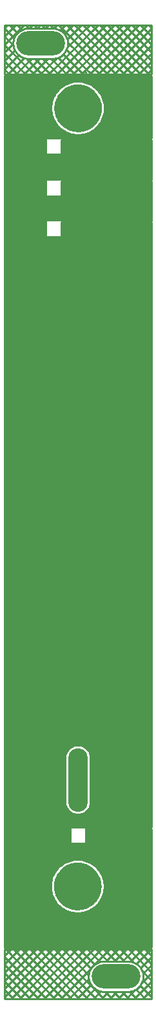
<source format=gbl>
G04 Layer: BottomLayer*
G04 EasyEDA v6.5.34, 2023-08-21 18:11:39*
G04 f96fbce58fd94eb08820de504881ded1,5a6b42c53f6a479593ecc07194224c93,10*
G04 Gerber Generator version 0.2*
G04 Scale: 100 percent, Rotated: No, Reflected: No *
G04 Dimensions in millimeters *
G04 leading zeros omitted , absolute positions ,4 integer and 5 decimal *
%FSLAX45Y45*%
%MOMM*%

%ADD10C,0.2540*%
%ADD11O,6.4000126X3.1999936*%
%ADD12O,2.5599898X8.339988400000001*%

%LPD*%
G36*
X36068Y698500D02*
G01*
X32156Y699262D01*
X28905Y701497D01*
X26670Y704748D01*
X25908Y708660D01*
X25908Y12143740D01*
X26670Y12147651D01*
X28905Y12150902D01*
X32156Y12153138D01*
X36068Y12153900D01*
X1970532Y12153900D01*
X1974443Y12153138D01*
X1977694Y12150902D01*
X1979930Y12147651D01*
X1980692Y12143740D01*
X1980692Y11325860D01*
X1979930Y11321948D01*
X1977694Y11318697D01*
X1974443Y11316462D01*
X1970532Y11315700D01*
X1974443Y11314938D01*
X1977694Y11312702D01*
X1979930Y11309451D01*
X1980692Y11305540D01*
X1980692Y10779760D01*
X1979930Y10775848D01*
X1977694Y10772597D01*
X1974443Y10770362D01*
X1970532Y10769600D01*
X1974443Y10768838D01*
X1977694Y10766602D01*
X1979930Y10763351D01*
X1980692Y10759440D01*
X1980692Y10234015D01*
X1979930Y10230104D01*
X1977694Y10226802D01*
X1974342Y10224617D01*
X1970633Y10223855D01*
X1974494Y10223042D01*
X1977745Y10220858D01*
X1979930Y10217556D01*
X1980692Y10213695D01*
X1980692Y2283460D01*
X1979930Y2279548D01*
X1977694Y2276297D01*
X1974443Y2274062D01*
X1970532Y2273300D01*
X1974443Y2272538D01*
X1977694Y2270302D01*
X1979930Y2267051D01*
X1980692Y2263140D01*
X1980692Y708660D01*
X1979930Y704748D01*
X1977694Y701497D01*
X1974443Y699262D01*
X1970532Y698500D01*
G37*

%LPC*%
G36*
X998474Y1172718D02*
G01*
X1023823Y1173632D01*
X1048969Y1176477D01*
X1073861Y1181201D01*
X1098296Y1187754D01*
X1122222Y1196086D01*
X1145387Y1206246D01*
X1167790Y1218082D01*
X1189228Y1231544D01*
X1209598Y1246581D01*
X1228801Y1263091D01*
X1246733Y1280972D01*
X1263243Y1300175D01*
X1278280Y1320546D01*
X1291742Y1341983D01*
X1303578Y1364386D01*
X1313688Y1387602D01*
X1322070Y1411478D01*
X1328623Y1435963D01*
X1333296Y1460855D01*
X1336141Y1486001D01*
X1337106Y1511300D01*
X1336141Y1536598D01*
X1333296Y1561744D01*
X1328623Y1586636D01*
X1322070Y1611122D01*
X1313688Y1634998D01*
X1303578Y1658213D01*
X1291742Y1680616D01*
X1278280Y1702054D01*
X1263243Y1722424D01*
X1246733Y1741627D01*
X1228801Y1759508D01*
X1209598Y1776018D01*
X1189228Y1791055D01*
X1167790Y1804517D01*
X1145387Y1816354D01*
X1122222Y1826514D01*
X1098296Y1834845D01*
X1073861Y1841398D01*
X1048969Y1846122D01*
X1023823Y1848967D01*
X998474Y1849882D01*
X973175Y1848967D01*
X948029Y1846122D01*
X923137Y1841398D01*
X898702Y1834845D01*
X874776Y1826514D01*
X851611Y1816354D01*
X829208Y1804517D01*
X807770Y1791055D01*
X787400Y1776018D01*
X768197Y1759508D01*
X750265Y1741627D01*
X733755Y1722424D01*
X718718Y1702054D01*
X705256Y1680616D01*
X693420Y1658213D01*
X683310Y1634998D01*
X674928Y1611122D01*
X668375Y1586636D01*
X663702Y1561744D01*
X660857Y1536598D01*
X659892Y1511300D01*
X660857Y1486001D01*
X663702Y1460855D01*
X668375Y1435963D01*
X674928Y1411478D01*
X683310Y1387602D01*
X693420Y1364386D01*
X705256Y1341983D01*
X718718Y1320546D01*
X733755Y1300175D01*
X750265Y1280972D01*
X768197Y1263091D01*
X787400Y1246581D01*
X807770Y1231544D01*
X829208Y1218082D01*
X851611Y1206246D01*
X874776Y1196086D01*
X898702Y1187754D01*
X923137Y1181201D01*
X948029Y1176477D01*
X973175Y1173632D01*
G37*
G36*
X915416Y2082800D02*
G01*
X1091184Y2082800D01*
X1092200Y2083816D01*
X1092200Y2263140D01*
X1092962Y2267051D01*
X1095197Y2270302D01*
X1098448Y2272538D01*
X1102360Y2273300D01*
X915416Y2273300D01*
X914400Y2272284D01*
X914400Y2083816D01*
G37*
G36*
X994968Y2465628D02*
G01*
X1011631Y2465628D01*
X1028192Y2467457D01*
X1044448Y2471013D01*
X1060246Y2476347D01*
X1075385Y2483358D01*
X1089660Y2491943D01*
X1102918Y2502001D01*
X1115009Y2513482D01*
X1125829Y2526182D01*
X1135176Y2539949D01*
X1142949Y2554681D01*
X1149146Y2570175D01*
X1153617Y2586228D01*
X1156309Y2602636D01*
X1157224Y2619552D01*
X1157224Y3197047D01*
X1156309Y3213963D01*
X1153617Y3230372D01*
X1149146Y3246424D01*
X1142949Y3261918D01*
X1135176Y3276650D01*
X1125829Y3290417D01*
X1115009Y3303117D01*
X1102918Y3314598D01*
X1089660Y3324656D01*
X1075385Y3333242D01*
X1060246Y3340252D01*
X1044448Y3345586D01*
X1028192Y3349142D01*
X1011631Y3350971D01*
X994968Y3350971D01*
X978408Y3349142D01*
X962152Y3345586D01*
X946353Y3340252D01*
X931214Y3333242D01*
X916940Y3324656D01*
X903681Y3314598D01*
X891590Y3303117D01*
X880770Y3290417D01*
X871423Y3276650D01*
X863650Y3261918D01*
X857453Y3246424D01*
X852982Y3230372D01*
X850290Y3213963D01*
X849376Y3197047D01*
X849376Y2619552D01*
X850290Y2602636D01*
X852982Y2586228D01*
X857453Y2570175D01*
X863650Y2554681D01*
X871423Y2539949D01*
X880770Y2526182D01*
X891590Y2513482D01*
X903681Y2502001D01*
X916940Y2491943D01*
X931214Y2483358D01*
X946353Y2476347D01*
X962152Y2471013D01*
X978408Y2467457D01*
G37*
G36*
X597916Y10045700D02*
G01*
X773684Y10045700D01*
X774700Y10046716D01*
X774700Y10225938D01*
X775462Y10229850D01*
X777697Y10233152D01*
X781050Y10235336D01*
X784961Y10236098D01*
X597916Y10236200D01*
X596900Y10235184D01*
X596900Y10046716D01*
X597052Y10045852D01*
G37*
G36*
X597916Y10579100D02*
G01*
X773684Y10579100D01*
X774700Y10580116D01*
X774700Y10759440D01*
X775462Y10763351D01*
X777697Y10766602D01*
X780948Y10768838D01*
X784860Y10769600D01*
X597916Y10769600D01*
X596900Y10768584D01*
X596900Y10580116D01*
X597052Y10579252D01*
G37*
G36*
X597916Y11125200D02*
G01*
X773684Y11125200D01*
X774700Y11126216D01*
X774700Y11305540D01*
X775462Y11309451D01*
X777697Y11312702D01*
X780948Y11314938D01*
X784860Y11315700D01*
X597916Y11315700D01*
X596900Y11314684D01*
X596900Y11126216D01*
X597052Y11125352D01*
G37*
G36*
X1003300Y11383416D02*
G01*
X1028598Y11384330D01*
X1053744Y11387175D01*
X1078636Y11391900D01*
X1103122Y11398453D01*
X1126998Y11406784D01*
X1150213Y11416944D01*
X1172616Y11428780D01*
X1194054Y11442242D01*
X1214424Y11457279D01*
X1233627Y11473789D01*
X1251508Y11491671D01*
X1268018Y11510873D01*
X1283055Y11531244D01*
X1296517Y11552682D01*
X1308354Y11575084D01*
X1318514Y11598300D01*
X1326845Y11622176D01*
X1333398Y11646662D01*
X1338122Y11671554D01*
X1340967Y11696700D01*
X1341882Y11721998D01*
X1340967Y11747296D01*
X1338122Y11772442D01*
X1333398Y11797334D01*
X1326845Y11821820D01*
X1318514Y11845696D01*
X1308354Y11868912D01*
X1296517Y11891314D01*
X1283055Y11912752D01*
X1268018Y11933123D01*
X1251508Y11952325D01*
X1233627Y11970207D01*
X1214424Y11986717D01*
X1194054Y12001754D01*
X1172616Y12015216D01*
X1150213Y12027052D01*
X1126998Y12037212D01*
X1103122Y12045543D01*
X1078636Y12052096D01*
X1053744Y12056821D01*
X1028598Y12059666D01*
X1003300Y12060580D01*
X978001Y12059666D01*
X952855Y12056821D01*
X927963Y12052096D01*
X903478Y12045543D01*
X879602Y12037212D01*
X856386Y12027052D01*
X833983Y12015216D01*
X812546Y12001754D01*
X792175Y11986717D01*
X772972Y11970207D01*
X755091Y11952325D01*
X738581Y11933123D01*
X723544Y11912752D01*
X710082Y11891314D01*
X698246Y11868912D01*
X688086Y11845696D01*
X679754Y11821820D01*
X673201Y11797334D01*
X668477Y11772442D01*
X665632Y11747296D01*
X664718Y11721998D01*
X665632Y11696700D01*
X668477Y11671554D01*
X673201Y11646662D01*
X679754Y11622176D01*
X688086Y11598300D01*
X698246Y11575084D01*
X710082Y11552682D01*
X723544Y11531244D01*
X738581Y11510873D01*
X755091Y11491671D01*
X772972Y11473789D01*
X792175Y11457279D01*
X812546Y11442242D01*
X833983Y11428780D01*
X856386Y11416944D01*
X879602Y11406784D01*
X903478Y11398453D01*
X927963Y11391900D01*
X952855Y11387175D01*
X978001Y11384330D01*
G37*

%LPD*%
G36*
X994511Y1823974D02*
G01*
X978560Y1823364D01*
X962660Y1821942D01*
X946810Y1819706D01*
X931164Y1816658D01*
X915619Y1812798D01*
X907948Y1810613D01*
X892810Y1805584D01*
X877925Y1799793D01*
X863346Y1793290D01*
X849121Y1786026D01*
X835304Y1778000D01*
X821893Y1769364D01*
X808939Y1759966D01*
X796493Y1750009D01*
X784555Y1739341D01*
X773176Y1728114D01*
X762406Y1716328D01*
X752246Y1704035D01*
X742746Y1691182D01*
X733856Y1677924D01*
X725728Y1664157D01*
X718261Y1650034D01*
X711555Y1635556D01*
X705561Y1620723D01*
X700379Y1605635D01*
X698042Y1598015D01*
X694029Y1582572D01*
X690778Y1566926D01*
X688340Y1551127D01*
X686714Y1535226D01*
X685901Y1519275D01*
X685901Y1503324D01*
X686714Y1487373D01*
X688340Y1471472D01*
X690778Y1455674D01*
X694029Y1440027D01*
X698042Y1424584D01*
X702868Y1409344D01*
X708456Y1394409D01*
X714806Y1379728D01*
X721918Y1365453D01*
X729691Y1351483D01*
X738225Y1337970D01*
X747420Y1324914D01*
X757275Y1312367D01*
X767740Y1300276D01*
X778814Y1288796D01*
X790448Y1277874D01*
X802640Y1267510D01*
X815340Y1257858D01*
X828548Y1248816D01*
X842162Y1240485D01*
X856183Y1232865D01*
X870559Y1225956D01*
X885342Y1219809D01*
X900328Y1214424D01*
X907948Y1211986D01*
X923391Y1207770D01*
X938987Y1204315D01*
X954735Y1201674D01*
X970584Y1199845D01*
X986536Y1198829D01*
X1002487Y1198626D01*
X1018438Y1199235D01*
X1034338Y1200658D01*
X1050188Y1202893D01*
X1065834Y1205941D01*
X1081379Y1209802D01*
X1089050Y1211986D01*
X1104188Y1217015D01*
X1119073Y1222806D01*
X1133652Y1229309D01*
X1147876Y1236573D01*
X1161694Y1244600D01*
X1175105Y1253236D01*
X1188059Y1262634D01*
X1200505Y1272590D01*
X1212443Y1283258D01*
X1223822Y1294485D01*
X1234592Y1306271D01*
X1244752Y1318564D01*
X1254252Y1331417D01*
X1263142Y1344676D01*
X1271270Y1358442D01*
X1278737Y1372565D01*
X1285443Y1387043D01*
X1291437Y1401876D01*
X1296619Y1416964D01*
X1298956Y1424584D01*
X1302969Y1440027D01*
X1306220Y1455674D01*
X1308658Y1471472D01*
X1310284Y1487373D01*
X1311097Y1503324D01*
X1311097Y1519275D01*
X1310284Y1535226D01*
X1308658Y1551127D01*
X1306220Y1566926D01*
X1302969Y1582572D01*
X1298956Y1598015D01*
X1294130Y1613255D01*
X1288542Y1628190D01*
X1282192Y1642872D01*
X1275080Y1657146D01*
X1267307Y1671116D01*
X1258773Y1684629D01*
X1249578Y1697685D01*
X1239723Y1710232D01*
X1229258Y1722323D01*
X1218184Y1733804D01*
X1206550Y1744725D01*
X1194358Y1755089D01*
X1181658Y1764741D01*
X1168450Y1773783D01*
X1154836Y1782114D01*
X1140815Y1789734D01*
X1126439Y1796643D01*
X1111656Y1802790D01*
X1096670Y1808175D01*
X1089050Y1810613D01*
X1073607Y1814830D01*
X1058011Y1818284D01*
X1042263Y1820925D01*
X1026414Y1822754D01*
X1010462Y1823770D01*
G37*
G36*
X999286Y12034672D02*
G01*
X983335Y12034062D01*
X967435Y12032640D01*
X951636Y12030405D01*
X935939Y12027357D01*
X920445Y12023496D01*
X912774Y12021312D01*
X897585Y12016282D01*
X882700Y12010491D01*
X868121Y12003989D01*
X853897Y11996724D01*
X840079Y11988698D01*
X826668Y11980062D01*
X813714Y11970664D01*
X801268Y11960656D01*
X789381Y11950039D01*
X778002Y11938812D01*
X772515Y11933021D01*
X762050Y11920931D01*
X752195Y11908383D01*
X743000Y11895328D01*
X734517Y11881815D01*
X726694Y11867845D01*
X719632Y11853519D01*
X716330Y11846255D01*
X710387Y11831421D01*
X705154Y11816334D01*
X700735Y11800992D01*
X698804Y11793270D01*
X695604Y11777624D01*
X693166Y11761825D01*
X691540Y11745925D01*
X690727Y11729974D01*
X690727Y11714022D01*
X691540Y11698071D01*
X693166Y11682171D01*
X695604Y11666372D01*
X698804Y11650726D01*
X702868Y11635282D01*
X707694Y11620042D01*
X713282Y11605107D01*
X719632Y11590426D01*
X726694Y11576151D01*
X734517Y11562181D01*
X743000Y11548668D01*
X752195Y11535613D01*
X762050Y11523065D01*
X772515Y11510975D01*
X783590Y11499494D01*
X795274Y11488572D01*
X801268Y11483289D01*
X813714Y11473332D01*
X826668Y11463934D01*
X840079Y11455247D01*
X853897Y11447272D01*
X868121Y11440007D01*
X882700Y11433505D01*
X897585Y11427714D01*
X912774Y11422684D01*
X920445Y11420449D01*
X935939Y11416639D01*
X951636Y11413591D01*
X967435Y11411356D01*
X983335Y11409934D01*
X999286Y11409324D01*
X1015288Y11409527D01*
X1031240Y11410543D01*
X1047089Y11412372D01*
X1062837Y11415014D01*
X1078433Y11418468D01*
X1086154Y11420449D01*
X1101445Y11425123D01*
X1116482Y11430508D01*
X1131214Y11436654D01*
X1145641Y11443563D01*
X1159662Y11451183D01*
X1173276Y11459514D01*
X1186434Y11468557D01*
X1199134Y11478209D01*
X1205331Y11483289D01*
X1217218Y11493957D01*
X1228598Y11505184D01*
X1234084Y11510975D01*
X1244549Y11523065D01*
X1254404Y11535613D01*
X1263599Y11548668D01*
X1272082Y11562181D01*
X1279906Y11576151D01*
X1286967Y11590426D01*
X1293317Y11605107D01*
X1298905Y11620042D01*
X1303731Y11635282D01*
X1307795Y11650726D01*
X1310995Y11666372D01*
X1313434Y11682171D01*
X1315059Y11698071D01*
X1315872Y11714022D01*
X1315872Y11729974D01*
X1315059Y11745925D01*
X1313434Y11761825D01*
X1310995Y11777624D01*
X1307795Y11793270D01*
X1303731Y11808714D01*
X1301445Y11816334D01*
X1296212Y11831421D01*
X1290269Y11846255D01*
X1283512Y11860733D01*
X1276096Y11874855D01*
X1267917Y11888622D01*
X1259078Y11901881D01*
X1249527Y11914733D01*
X1239367Y11927027D01*
X1234084Y11933021D01*
X1223010Y11944502D01*
X1211326Y11955424D01*
X1199134Y11965736D01*
X1186434Y11975439D01*
X1173276Y11984482D01*
X1159662Y11992813D01*
X1145641Y12000433D01*
X1131214Y12007342D01*
X1116482Y12013488D01*
X1101445Y12018873D01*
X1093825Y12021312D01*
X1078433Y12025528D01*
X1062837Y12028982D01*
X1047089Y12031624D01*
X1031240Y12033453D01*
X1015288Y12034469D01*
G37*
D10*
X1892300Y673100D02*
G01*
X1892300Y736600D01*
X1104900Y12141200D02*
G01*
X1104900Y12204700D01*
X38862Y12166854D02*
G01*
X38862Y12813537D01*
X38862Y12813537D02*
G01*
X1967738Y12813537D01*
X1967738Y12813537D02*
G01*
X1967738Y12166854D01*
X1967738Y12166854D02*
G01*
X38862Y12166854D01*
X194276Y12446843D02*
G01*
X207382Y12432383D01*
X207382Y12432383D02*
G01*
X221842Y12419277D01*
X221842Y12419277D02*
G01*
X237517Y12407652D01*
X237517Y12407652D02*
G01*
X254256Y12397619D01*
X254256Y12397619D02*
G01*
X271897Y12389275D01*
X271897Y12389275D02*
G01*
X290272Y12382701D01*
X290272Y12382701D02*
G01*
X309203Y12377959D01*
X309203Y12377959D02*
G01*
X328507Y12375095D01*
X328507Y12375095D02*
G01*
X347999Y12374138D01*
X347999Y12374138D02*
G01*
X668000Y12374138D01*
X668000Y12374138D02*
G01*
X687492Y12375095D01*
X687492Y12375095D02*
G01*
X706796Y12377959D01*
X706796Y12377959D02*
G01*
X725727Y12382701D01*
X725727Y12382701D02*
G01*
X744102Y12389275D01*
X744102Y12389275D02*
G01*
X761743Y12397619D01*
X761743Y12397619D02*
G01*
X778482Y12407652D01*
X778482Y12407652D02*
G01*
X794157Y12419277D01*
X794157Y12419277D02*
G01*
X808617Y12432383D01*
X808617Y12432383D02*
G01*
X821723Y12446843D01*
X821723Y12446843D02*
G01*
X833348Y12462518D01*
X833348Y12462518D02*
G01*
X843381Y12479257D01*
X843381Y12479257D02*
G01*
X851725Y12496898D01*
X851725Y12496898D02*
G01*
X858299Y12515273D01*
X858299Y12515273D02*
G01*
X863041Y12534204D01*
X863041Y12534204D02*
G01*
X865905Y12553508D01*
X865905Y12553508D02*
G01*
X866862Y12573000D01*
X866862Y12573000D02*
G01*
X865905Y12592491D01*
X865905Y12592491D02*
G01*
X863041Y12611795D01*
X863041Y12611795D02*
G01*
X858299Y12630726D01*
X858299Y12630726D02*
G01*
X851725Y12649101D01*
X851725Y12649101D02*
G01*
X843381Y12666742D01*
X843381Y12666742D02*
G01*
X833348Y12683481D01*
X833348Y12683481D02*
G01*
X821723Y12699156D01*
X821723Y12699156D02*
G01*
X808617Y12713616D01*
X808617Y12713616D02*
G01*
X794157Y12726722D01*
X794157Y12726722D02*
G01*
X778482Y12738347D01*
X778482Y12738347D02*
G01*
X761743Y12748380D01*
X761743Y12748380D02*
G01*
X744102Y12756724D01*
X744102Y12756724D02*
G01*
X725727Y12763298D01*
X725727Y12763298D02*
G01*
X706796Y12768040D01*
X706796Y12768040D02*
G01*
X687492Y12770904D01*
X687492Y12770904D02*
G01*
X668000Y12771861D01*
X668000Y12771861D02*
G01*
X347999Y12771861D01*
X347999Y12771861D02*
G01*
X328507Y12770904D01*
X328507Y12770904D02*
G01*
X309203Y12768040D01*
X309203Y12768040D02*
G01*
X290272Y12763298D01*
X290272Y12763298D02*
G01*
X271897Y12756724D01*
X271897Y12756724D02*
G01*
X254256Y12748380D01*
X254256Y12748380D02*
G01*
X237517Y12738347D01*
X237517Y12738347D02*
G01*
X221842Y12726722D01*
X221842Y12726722D02*
G01*
X207382Y12713616D01*
X207382Y12713616D02*
G01*
X194276Y12699156D01*
X194276Y12699156D02*
G01*
X182651Y12683481D01*
X182651Y12683481D02*
G01*
X172618Y12666742D01*
X172618Y12666742D02*
G01*
X164274Y12649101D01*
X164274Y12649101D02*
G01*
X157700Y12630726D01*
X157700Y12630726D02*
G01*
X152958Y12611795D01*
X152958Y12611795D02*
G01*
X150094Y12592491D01*
X150094Y12592491D02*
G01*
X149137Y12573000D01*
X149137Y12573000D02*
G01*
X150094Y12553508D01*
X150094Y12553508D02*
G01*
X152958Y12534204D01*
X152958Y12534204D02*
G01*
X157700Y12515273D01*
X157700Y12515273D02*
G01*
X164274Y12496898D01*
X164274Y12496898D02*
G01*
X172618Y12479257D01*
X172618Y12479257D02*
G01*
X182651Y12462518D01*
X182651Y12462518D02*
G01*
X194276Y12446843D01*
X38862Y12228167D02*
G01*
X100175Y12166854D01*
X38862Y12335930D02*
G01*
X207938Y12166854D01*
X38862Y12443693D02*
G01*
X315701Y12166854D01*
X38862Y12551456D02*
G01*
X423464Y12166854D01*
X38862Y12659220D02*
G01*
X151056Y12547025D01*
X322024Y12376057D02*
G01*
X531228Y12166854D01*
X38862Y12766983D02*
G01*
X162290Y12643554D01*
X431706Y12374138D02*
G01*
X638991Y12166854D01*
X100070Y12813537D02*
G01*
X203868Y12709739D01*
X539470Y12374138D02*
G01*
X746754Y12166854D01*
X207833Y12813537D02*
G01*
X266975Y12754396D01*
X647233Y12374138D02*
G01*
X854517Y12166854D01*
X315596Y12813537D02*
G01*
X357272Y12771861D01*
X740976Y12388157D02*
G01*
X962280Y12166854D01*
X423359Y12813537D02*
G01*
X465035Y12771861D01*
X806464Y12430432D02*
G01*
X1070043Y12166854D01*
X531122Y12813537D02*
G01*
X572798Y12771861D01*
X850452Y12494208D02*
G01*
X1177806Y12166854D01*
X638885Y12813537D02*
G01*
X681210Y12771212D01*
X866213Y12586210D02*
G01*
X1285569Y12166854D01*
X746648Y12813537D02*
G01*
X1393332Y12166854D01*
X854411Y12813537D02*
G01*
X1501095Y12166854D01*
X962174Y12813537D02*
G01*
X1608858Y12166854D01*
X1069937Y12813537D02*
G01*
X1716621Y12166854D01*
X1177700Y12813537D02*
G01*
X1824384Y12166854D01*
X1285464Y12813537D02*
G01*
X1932148Y12166854D01*
X1393227Y12813537D02*
G01*
X1967738Y12239027D01*
X1500990Y12813537D02*
G01*
X1967738Y12346790D01*
X1608753Y12813537D02*
G01*
X1967738Y12454553D01*
X1716516Y12813537D02*
G01*
X1967738Y12562316D01*
X1824279Y12813537D02*
G01*
X1967738Y12670079D01*
X1932042Y12813537D02*
G01*
X1967738Y12777842D01*
X1906424Y12166854D02*
G01*
X1967738Y12228167D01*
X1798661Y12166854D02*
G01*
X1967738Y12335930D01*
X1690898Y12166854D02*
G01*
X1967738Y12443693D01*
X1583135Y12166854D02*
G01*
X1967738Y12551456D01*
X1475371Y12166854D02*
G01*
X1967738Y12659220D01*
X1367608Y12166854D02*
G01*
X1967738Y12766983D01*
X1259845Y12166854D02*
G01*
X1906529Y12813537D01*
X1152082Y12166854D02*
G01*
X1798766Y12813537D01*
X1044319Y12166854D02*
G01*
X1691003Y12813537D01*
X936556Y12166854D02*
G01*
X1583240Y12813537D01*
X828793Y12166854D02*
G01*
X1475477Y12813537D01*
X721030Y12166854D02*
G01*
X1367714Y12813537D01*
X613267Y12166854D02*
G01*
X1259951Y12813537D01*
X505504Y12166854D02*
G01*
X719888Y12381238D01*
X859762Y12521112D02*
G01*
X1152188Y12813537D01*
X397741Y12166854D02*
G01*
X605025Y12374138D01*
X858963Y12628076D02*
G01*
X1044425Y12813537D01*
X289978Y12166854D02*
G01*
X497262Y12374138D01*
X821960Y12698836D02*
G01*
X936662Y12813537D01*
X182215Y12166854D02*
G01*
X389499Y12374138D01*
X762992Y12747631D02*
G01*
X828899Y12813537D01*
X74451Y12166854D02*
G01*
X290293Y12382695D01*
X678922Y12771325D02*
G01*
X721135Y12813537D01*
X38862Y12239027D02*
G01*
X220410Y12420575D01*
X571696Y12771861D02*
G01*
X613372Y12813537D01*
X38862Y12346790D02*
G01*
X172204Y12480132D01*
X463933Y12771861D02*
G01*
X505609Y12813537D01*
X38862Y12454553D02*
G01*
X149519Y12565211D01*
X356170Y12771861D02*
G01*
X397846Y12813537D01*
X38862Y12562316D02*
G01*
X290083Y12813537D01*
X38862Y12670079D02*
G01*
X182320Y12813537D01*
X38862Y12777842D02*
G01*
X74557Y12813537D01*
X1967738Y38862D02*
G01*
X38862Y38862D01*
X38862Y38862D02*
G01*
X38862Y685545D01*
X38862Y685545D02*
G01*
X1967738Y685545D01*
X1967738Y685545D02*
G01*
X1967738Y38862D01*
X1197982Y189583D02*
G01*
X1212442Y176477D01*
X1212442Y176477D02*
G01*
X1228117Y164852D01*
X1228117Y164852D02*
G01*
X1244856Y154819D01*
X1244856Y154819D02*
G01*
X1262497Y146475D01*
X1262497Y146475D02*
G01*
X1280872Y139901D01*
X1280872Y139901D02*
G01*
X1299803Y135159D01*
X1299803Y135159D02*
G01*
X1319107Y132295D01*
X1319107Y132295D02*
G01*
X1338599Y131338D01*
X1338599Y131338D02*
G01*
X1658600Y131338D01*
X1658600Y131338D02*
G01*
X1678092Y132295D01*
X1678092Y132295D02*
G01*
X1697396Y135159D01*
X1697396Y135159D02*
G01*
X1716327Y139901D01*
X1716327Y139901D02*
G01*
X1734702Y146475D01*
X1734702Y146475D02*
G01*
X1752343Y154819D01*
X1752343Y154819D02*
G01*
X1769082Y164852D01*
X1769082Y164852D02*
G01*
X1784757Y176477D01*
X1784757Y176477D02*
G01*
X1799217Y189583D01*
X1799217Y189583D02*
G01*
X1812323Y204043D01*
X1812323Y204043D02*
G01*
X1823948Y219718D01*
X1823948Y219718D02*
G01*
X1833981Y236457D01*
X1833981Y236457D02*
G01*
X1842325Y254098D01*
X1842325Y254098D02*
G01*
X1848899Y272473D01*
X1848899Y272473D02*
G01*
X1853641Y291404D01*
X1853641Y291404D02*
G01*
X1856505Y310708D01*
X1856505Y310708D02*
G01*
X1857462Y330200D01*
X1857462Y330200D02*
G01*
X1856505Y349691D01*
X1856505Y349691D02*
G01*
X1853641Y368995D01*
X1853641Y368995D02*
G01*
X1848899Y387926D01*
X1848899Y387926D02*
G01*
X1842325Y406301D01*
X1842325Y406301D02*
G01*
X1833981Y423942D01*
X1833981Y423942D02*
G01*
X1823948Y440681D01*
X1823948Y440681D02*
G01*
X1812323Y456356D01*
X1812323Y456356D02*
G01*
X1799217Y470816D01*
X1799217Y470816D02*
G01*
X1784757Y483922D01*
X1784757Y483922D02*
G01*
X1769082Y495547D01*
X1769082Y495547D02*
G01*
X1752343Y505580D01*
X1752343Y505580D02*
G01*
X1734702Y513924D01*
X1734702Y513924D02*
G01*
X1716327Y520498D01*
X1716327Y520498D02*
G01*
X1697396Y525240D01*
X1697396Y525240D02*
G01*
X1678092Y528104D01*
X1678092Y528104D02*
G01*
X1658600Y529061D01*
X1658600Y529061D02*
G01*
X1338599Y529061D01*
X1338599Y529061D02*
G01*
X1319107Y528104D01*
X1319107Y528104D02*
G01*
X1299803Y525240D01*
X1299803Y525240D02*
G01*
X1280872Y520498D01*
X1280872Y520498D02*
G01*
X1262497Y513924D01*
X1262497Y513924D02*
G01*
X1244856Y505580D01*
X1244856Y505580D02*
G01*
X1228117Y495547D01*
X1228117Y495547D02*
G01*
X1212442Y483922D01*
X1212442Y483922D02*
G01*
X1197982Y470816D01*
X1197982Y470816D02*
G01*
X1184876Y456356D01*
X1184876Y456356D02*
G01*
X1173251Y440681D01*
X1173251Y440681D02*
G01*
X1163218Y423942D01*
X1163218Y423942D02*
G01*
X1154874Y406301D01*
X1154874Y406301D02*
G01*
X1148300Y387926D01*
X1148300Y387926D02*
G01*
X1143558Y368995D01*
X1143558Y368995D02*
G01*
X1140694Y349691D01*
X1140694Y349691D02*
G01*
X1139737Y330200D01*
X1139737Y330200D02*
G01*
X1140694Y310708D01*
X1140694Y310708D02*
G01*
X1143558Y291404D01*
X1143558Y291404D02*
G01*
X1148300Y272473D01*
X1148300Y272473D02*
G01*
X1154874Y254098D01*
X1154874Y254098D02*
G01*
X1163218Y236457D01*
X1163218Y236457D02*
G01*
X1173251Y219718D01*
X1173251Y219718D02*
G01*
X1184876Y204043D01*
X1184876Y204043D02*
G01*
X1197982Y189583D01*
X38862Y50940D02*
G01*
X50940Y38862D01*
X38862Y158703D02*
G01*
X158703Y38862D01*
X38862Y266466D02*
G01*
X266466Y38862D01*
X38862Y374229D02*
G01*
X374229Y38862D01*
X38862Y481992D02*
G01*
X481992Y38862D01*
X38862Y589755D02*
G01*
X589755Y38862D01*
X50835Y685545D02*
G01*
X697519Y38862D01*
X158598Y685545D02*
G01*
X805282Y38862D01*
X266361Y685545D02*
G01*
X913045Y38862D01*
X374124Y685545D02*
G01*
X1020808Y38862D01*
X481887Y685545D02*
G01*
X1128571Y38862D01*
X589650Y685545D02*
G01*
X1236334Y38862D01*
X697413Y685545D02*
G01*
X1344097Y38862D01*
X805176Y685545D02*
G01*
X1140738Y349984D01*
X1359384Y131338D02*
G01*
X1451860Y38862D01*
X912939Y685545D02*
G01*
X1167462Y431023D01*
X1467147Y131338D02*
G01*
X1559623Y38862D01*
X1020702Y685545D02*
G01*
X1218117Y488131D01*
X1574910Y131338D02*
G01*
X1667386Y38862D01*
X1128465Y685545D02*
G01*
X1290980Y523030D01*
X1681247Y132764D02*
G01*
X1775149Y38862D01*
X1236228Y685545D02*
G01*
X1392713Y529061D01*
X1761479Y160295D02*
G01*
X1882912Y38862D01*
X1343991Y685545D02*
G01*
X1500476Y529061D01*
X1817931Y211606D02*
G01*
X1967738Y61799D01*
X1451755Y685545D02*
G01*
X1608239Y529061D01*
X1852090Y285210D02*
G01*
X1967738Y169563D01*
X1559518Y685545D02*
G01*
X1729155Y515909D01*
X1844310Y400754D02*
G01*
X1967738Y277326D01*
X1667281Y685545D02*
G01*
X1967738Y385089D01*
X1775044Y685545D02*
G01*
X1967738Y492852D01*
X1882807Y685545D02*
G01*
X1967738Y600615D01*
X1955659Y38862D02*
G01*
X1967738Y50940D01*
X1847896Y38862D02*
G01*
X1967738Y158703D01*
X1740133Y38862D02*
G01*
X1967738Y266466D01*
X1632370Y38862D02*
G01*
X1744723Y151215D01*
X1837585Y244076D02*
G01*
X1967738Y374229D01*
X1524607Y38862D02*
G01*
X1617083Y131338D01*
X1853783Y368038D02*
G01*
X1967738Y481992D01*
X1416844Y38862D02*
G01*
X1509320Y131338D01*
X1821697Y443715D02*
G01*
X1967738Y589755D01*
X1309080Y38862D02*
G01*
X1401557Y131338D01*
X1767009Y496790D02*
G01*
X1955764Y685545D01*
X1201317Y38862D02*
G01*
X1298053Y135597D01*
X1688949Y526493D02*
G01*
X1848001Y685545D01*
X1093554Y38862D02*
G01*
X1223195Y168502D01*
X1583754Y529061D02*
G01*
X1740238Y685545D01*
X985791Y38862D02*
G01*
X1170776Y223847D01*
X1475991Y529061D02*
G01*
X1632475Y685545D01*
X878028Y38862D02*
G01*
X1141880Y302714D01*
X1368228Y529061D02*
G01*
X1524712Y685545D01*
X770265Y38862D02*
G01*
X1176599Y445196D01*
X1223602Y492199D02*
G01*
X1416949Y685545D01*
X662502Y38862D02*
G01*
X1309186Y685545D01*
X554739Y38862D02*
G01*
X1201423Y685545D01*
X446976Y38862D02*
G01*
X1093660Y685545D01*
X339213Y38862D02*
G01*
X985897Y685545D01*
X231450Y38862D02*
G01*
X878134Y685545D01*
X123687Y38862D02*
G01*
X770371Y685545D01*
X38862Y61799D02*
G01*
X662608Y685545D01*
X38862Y169563D02*
G01*
X554844Y685545D01*
X38862Y277326D02*
G01*
X447081Y685545D01*
X38862Y385089D02*
G01*
X339318Y685545D01*
X38862Y492852D02*
G01*
X231555Y685545D01*
X38862Y600615D02*
G01*
X123792Y685545D01*
D11*
G01*
X1498600Y330200D03*
G01*
X508000Y12573000D03*
D12*
G01*
X1003300Y2908300D03*
M02*

</source>
